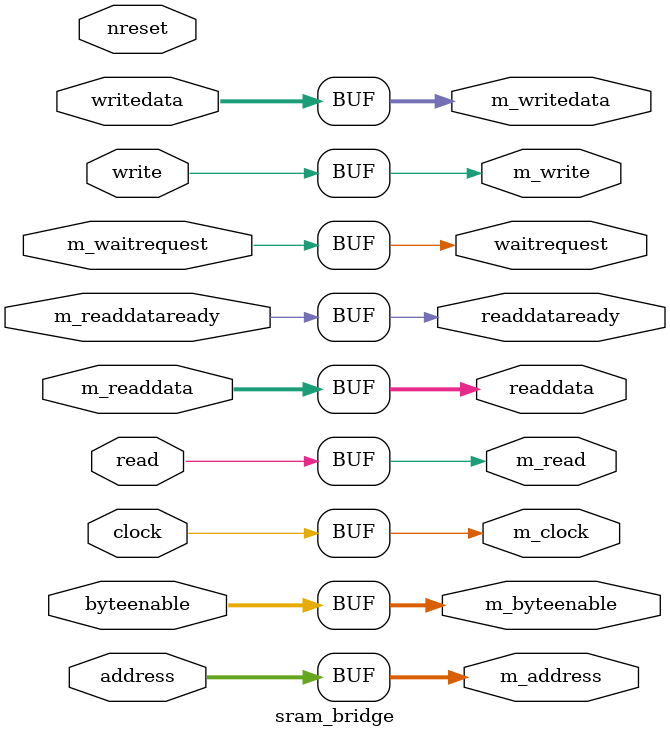
<source format=v>
module sram_bridge #(
  parameter ADDR_WIDTH = 20
)(
  input                   clock,
  input                   nreset,


  /* Avalon MM slave interface */
  input  [ADDR_WIDTH-1:0] address,
  input  [           1:0] byteenable,

  input                   read,
  output [          15:0] readdata,
  output                  readdataready,

  input                   write,
  input  [          15:0] writedata,

  output                  waitrequest,


  /* Avalon MM master interface */
  output                  m_clock,
  output [ADDR_WIDTH-1:0] m_address,
  output [           1:0] m_byteenable,

  output                  m_read,
  input  [          15:0] m_readdata,
  input                   m_readdataready,

  output                  m_write,
  output [          15:0] m_writedata,

  input                   m_waitrequest
);


  assign m_clock      = clock;
  assign m_address    = address;
  assign m_byteenable = byteenable;
  assign m_read       = read;
  assign readdata     = m_readdata;
  assign m_write      = write;
  assign m_writedata  = writedata;
  assign waitrequest  = m_waitrequest;
  assign readdataready = m_readdataready;

endmodule

</source>
